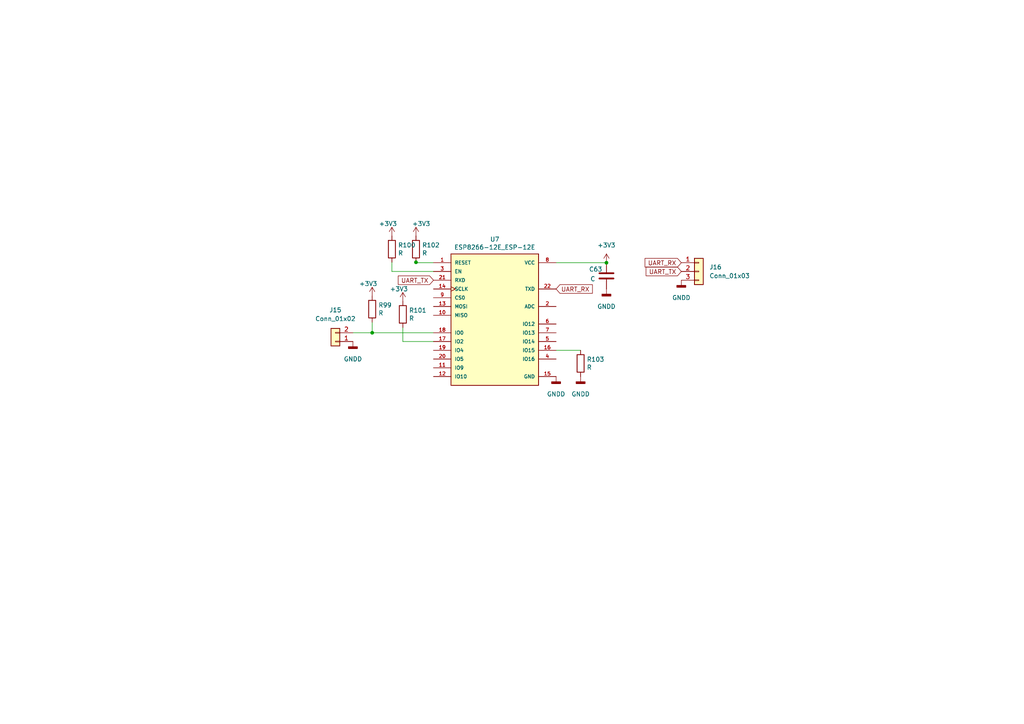
<source format=kicad_sch>
(kicad_sch (version 20211123) (generator eeschema)
  (paper "A4")
  (lib_symbols
    (symbol "Connector_Generic:Conn_01x02" (pin_names (offset 1.016) hide)
      (property "Reference" "J" (at 0 2.54 0))
      (property "Value" "Conn_01x02" (at 0 -5.08 0))
      (symbol "Conn_01x02_1_1"
        (rectangle (start -1.27 -2.413) (end 0 -2.667) (stroke (width 0.1524)))
        (rectangle (start -1.27 0.127) (end 0 -0.127) (stroke (width 0.1524)))
        (rectangle (start -1.27 1.27) (end 1.27 -3.81) (stroke (width 0.254)) (fill (type background)))
        (pin passive line (at -5.08 0 0) (length 3.81) (name "Pin_1") (number "1"))
        (pin passive line (at -5.08 -2.54 0) (length 3.81) (name "Pin_2") (number "2"))
      )
    )
    (symbol "Connector_Generic:Conn_01x03" (pin_names (offset 1.016) hide)
      (property "Reference" "J" (at 0 5.08 0))
      (property "Value" "Conn_01x03" (at 0 -5.08 0))
      (symbol "Conn_01x03_1_1"
        (rectangle (start -1.27 -2.413) (end 0 -2.667) (stroke (width 0.1524)))
        (rectangle (start -1.27 0.127) (end 0 -0.127) (stroke (width 0.1524)))
        (rectangle (start -1.27 2.667) (end 0 2.413) (stroke (width 0.1524)))
        (rectangle (start -1.27 3.81) (end 1.27 -3.81) (stroke (width 0.254)) (fill (type background)))
        (pin passive line (at -5.08 2.54 0) (length 3.81) (name "Pin_1") (number "1"))
        (pin passive line (at -5.08 0 0) (length 3.81) (name "Pin_2") (number "2"))
        (pin passive line (at -5.08 -2.54 0) (length 3.81) (name "Pin_3") (number "3"))
      )
    )
    (symbol "Device:C" (pin_numbers hide) (pin_names (offset 0.254))
      (property "Reference" "C" (at 0.635 2.54 0))
      (property "Value" "C" (at 0.635 -2.54 0))
      (symbol "C_0_1"
        (polyline (pts (xy -2.032 -0.762) (xy 2.032 -0.762)) (stroke (width 0.508)))
        (polyline (pts (xy -2.032 0.762) (xy 2.032 0.762)) (stroke (width 0.508)))
      )
      (symbol "C_1_1"
        (pin passive line (at 0 3.81 270) (length 2.794) (name "~") (number "1"))
        (pin passive line (at 0 -3.81 90) (length 2.794) (name "~") (number "2"))
      )
    )
    (symbol "Device:R" (pin_numbers hide) (pin_names (offset 0))
      (property "Reference" "R" (at 2.032 0 90))
      (property "Value" "R" (at 0 0 90))
      (symbol "R_0_1"
        (rectangle (start -1.016 -2.54) (end 1.016 2.54) (stroke (width 0.254)))
      )
      (symbol "R_1_1"
        (pin passive line (at 0 3.81 270) (length 1.27) (name "~") (number "1"))
        (pin passive line (at 0 -3.81 90) (length 1.27) (name "~") (number "2"))
      )
    )
    (symbol "ESP8266-12E_ESP-12E:ESP8266-12E_ESP-12E" (pin_names (offset 1.016))
      (property "Reference" "U" (at -12.7254 18.3134 0))
      (property "Value" "ESP8266-12E_ESP-12E_ESP8266-12E_ESP-12E" (at -12.7 -23.3934 0))
      (symbol "ESP8266-12E_ESP-12E_0_0"
        (rectangle (start -12.7 -20.32) (end 12.7 17.78) (stroke (width 0.254)) (fill (type background)))
        (pin input line (at -17.78 15.24 0) (length 5.08) (name "RESET") (number "1"))
        (pin bidirectional line (at -17.78 0 0) (length 5.08) (name "MISO") (number "10"))
        (pin bidirectional line (at -17.78 -15.24 0) (length 5.08) (name "IO9") (number "11"))
        (pin bidirectional line (at -17.78 -17.78 0) (length 5.08) (name "IO10") (number "12"))
        (pin bidirectional line (at -17.78 2.54 0) (length 5.08) (name "MOSI") (number "13"))
        (pin input clock (at -17.78 7.62 0) (length 5.08) (name "SCLK") (number "14"))
        (pin power_in line (at 17.78 -17.78 180) (length 5.08) (name "GND") (number "15"))
        (pin bidirectional line (at 17.78 -10.16 180) (length 5.08) (name "IO15") (number "16"))
        (pin bidirectional line (at -17.78 -7.62 0) (length 5.08) (name "IO2") (number "17"))
        (pin bidirectional line (at -17.78 -5.08 0) (length 5.08) (name "IO0") (number "18"))
        (pin bidirectional line (at -17.78 -10.16 0) (length 5.08) (name "IO4") (number "19"))
        (pin passive line (at 17.78 2.54 180) (length 5.08) (name "ADC") (number "2"))
        (pin bidirectional line (at -17.78 -12.7 0) (length 5.08) (name "IO5") (number "20"))
        (pin input line (at -17.78 10.16 0) (length 5.08) (name "RXD") (number "21"))
        (pin output line (at 17.78 7.62 180) (length 5.08) (name "TXD") (number "22"))
        (pin input line (at -17.78 12.7 0) (length 5.08) (name "EN") (number "3"))
        (pin bidirectional line (at 17.78 -12.7 180) (length 5.08) (name "IO16") (number "4"))
        (pin bidirectional line (at 17.78 -7.62 180) (length 5.08) (name "IO14") (number "5"))
        (pin bidirectional line (at 17.78 -2.54 180) (length 5.08) (name "IO12") (number "6"))
        (pin bidirectional line (at 17.78 -5.08 180) (length 5.08) (name "IO13") (number "7"))
        (pin power_in line (at 17.78 15.24 180) (length 5.08) (name "VCC") (number "8"))
        (pin input line (at -17.78 5.08 0) (length 5.08) (name "CS0") (number "9"))
      )
    )
    (symbol "power:+3.3V" (power) (pin_names (offset 0))
      (property "Value" "+3.3V" (at 0 3.556 0))
      (symbol "+3.3V_0_1"
        (polyline (pts (xy -0.762 1.27) (xy 0 2.54)))
        (polyline (pts (xy 0 0) (xy 0 2.54)))
        (polyline (pts (xy 0 2.54) (xy 0.762 1.27)))
      )
      (symbol "+3.3V_1_1"
        (pin power_in line (at 0 0 90) (length 0) hide (name "+3V3") (number "1"))
      )
    )
    (symbol "power:GNDD" (power) (pin_names (offset 0))
      (property "Value" "GNDD" (at 0 -3.175 0))
      (symbol "GNDD_0_1"
        (rectangle (start -1.27 -1.524) (end 1.27 -2.032) (stroke (width 0.254)) (fill (type outline)))
        (polyline (pts (xy 0 0) (xy 0 -1.524)))
      )
      (symbol "GNDD_1_1"
        (pin power_in line (at 0 0 270) (length 0) hide (name "GNDD") (number "1"))
      )
    )
  )
  (junction (at 107.95 96.52))
  (junction (at 120.65 76.073))
  (junction (at 175.895 76.2))
  (wire (pts (xy 116.84 94.996) (xy 116.84 99.06)))
  (wire (pts (xy 113.665 76.073) (xy 113.665 78.74)))
  (wire (pts (xy 107.95 93.472) (xy 107.95 96.52)))
  (wire (pts (xy 125.73 76.2) (xy 120.65 76.2)))
  (wire (pts (xy 161.29 101.6) (xy 168.402 101.6)))
  (wire (pts (xy 125.73 99.06) (xy 116.84 99.06)))
  (wire (pts (xy 120.65 76.2) (xy 120.65 76.073)))
  (wire (pts (xy 125.73 78.74) (xy 113.665 78.74)))
  (wire (pts (xy 107.95 96.52) (xy 125.73 96.52)))
  (wire (pts (xy 102.362 96.52) (xy 107.95 96.52)))
  (wire (pts (xy 161.29 76.2) (xy 175.895 76.2)))
  (global_label "UART_RX" (shape input) (at 161.29 83.82 0) (property "Intersheet References" "${INTERSHEET_REFS}" (effects hide)))
  (global_label "UART_TX" (shape input) (at 125.73 81.28 180) (property "Intersheet References" "${INTERSHEET_REFS}" (effects hide)))
  (global_label "UART_TX" (shape input) (at 197.612 78.74 180) (property "Intersheet References" "${INTERSHEET_REFS}" (effects hide)))
  (global_label "UART_RX" (shape input) (at 197.612 76.2 180) (property "Intersheet References" "${INTERSHEET_REFS}" (effects hide)))
  (symbol (lib_id "ESP8266-12E_ESP-12E:ESP8266-12E_ESP-12E") (at 143.51 91.44 0) (unit 1)
    (property "Reference" "U7" (at 143.51 69.4182 0))
    (property "Value" "ESP8266-12E_ESP-12E" (at 143.51 71.7296 0))
    (property "Footprint" "RF_Module:ESP-12E" (effects hide))
    (property "MANUFACTURER" "AI-Thinker" (effects hide))
  )
  (symbol (lib_id "Device:R") (at 168.402 105.41 0) (unit 1)
    (property "Reference" "R103" (at 170.18 104.2416 0) (effects (justify left)))
    (property "Value" "R" (at 170.18 106.553 0) (effects (justify left)))
    (property "Footprint" "Resistor_SMD:R_0805_2012Metric" (effects hide))
  )
  (symbol (lib_id "power:+3.3V") (at 107.95 85.852 0) (unit 1)
    (property "Reference" "#PWR0118" (effects hide))
    (property "Value" "+3.3V" (at 106.807 82.296 0))
  )
  (symbol (lib_id "power:GNDD") (at 102.362 99.06 0) (unit 1)
    (property "Reference" "#PWR0117" (effects hide))
    (property "Value" "GNDD" (at 102.362 104.14 0))
  )
  (symbol (lib_id "power:+3.3V") (at 120.65 68.453 0) (unit 1)
    (property "Reference" "#PWR0121" (effects hide))
    (property "Value" "+3.3V" (at 122.174 64.897 0))
  )
  (symbol (lib_id "power:GNDD") (at 175.895 83.82 0) (unit 1)
    (property "Reference" "#PWR0125" (effects hide))
    (property "Value" "GNDD" (at 175.895 88.9 0))
  )
  (symbol (lib_id "Device:R") (at 107.95 89.662 0) (unit 1)
    (property "Reference" "R99" (at 109.728 88.4936 0) (effects (justify left)))
    (property "Value" "R" (at 109.728 90.805 0) (effects (justify left)))
    (property "Footprint" "Resistor_SMD:R_0805_2012Metric" (effects hide))
  )
  (symbol (lib_id "Connector_Generic:Conn_01x03") (at 202.692 78.74 0) (unit 1)
    (property "Reference" "J16" (at 205.74 77.4699 0) (effects (justify left)))
    (property "Value" "Conn_01x03" (at 205.74 80.0099 0) (effects (justify left)))
    (property "Footprint" "Connector_PinHeader_1.27mm:PinHeader_1x03_P1.27mm_Vertical" (effects hide))
  )
  (symbol (lib_id "power:GNDD") (at 197.612 81.28 0) (unit 1)
    (property "Reference" "#PWR0126" (effects hide))
    (property "Value" "GNDD" (at 197.612 86.36 0))
  )
  (symbol (lib_id "Device:R") (at 120.65 72.263 0) (unit 1)
    (property "Reference" "R102" (at 122.428 71.0946 0) (effects (justify left)))
    (property "Value" "R" (at 122.428 73.406 0) (effects (justify left)))
    (property "Footprint" "Resistor_SMD:R_0805_2012Metric" (effects hide))
  )
  (symbol (lib_id "Device:R") (at 116.84 91.186 0) (unit 1)
    (property "Reference" "R101" (at 118.618 90.0176 0) (effects (justify left)))
    (property "Value" "R" (at 118.618 92.329 0) (effects (justify left)))
    (property "Footprint" "Resistor_SMD:R_0805_2012Metric" (effects hide))
  )
  (symbol (lib_id "Connector_Generic:Conn_01x02") (at 97.282 99.06 180) (unit 1)
    (property "Reference" "J15" (at 97.282 89.916 0))
    (property "Value" "Conn_01x02" (at 97.282 92.456 0))
    (property "Footprint" "Connector_PinHeader_1.27mm:PinHeader_1x02_P1.27mm_Vertical" (effects hide))
  )
  (symbol (lib_id "power:+3.3V") (at 113.665 68.453 0) (unit 1)
    (property "Reference" "#PWR0119" (effects hide))
    (property "Value" "+3.3V" (at 112.522 64.897 0))
  )
  (symbol (lib_id "Device:C") (at 175.895 80.01 0) (unit 1)
    (property "Reference" "C63" (at 170.815 78.105 0) (effects (justify left)))
    (property "Value" "C" (at 171.196 80.899 0) (effects (justify left)))
    (property "Footprint" "Capacitor_SMD:C_0805_2012Metric" (effects hide))
  )
  (symbol (lib_id "power:+3.3V") (at 175.895 76.2 0) (unit 1)
    (property "Reference" "#PWR0124" (effects hide))
    (property "Value" "+3.3V" (at 175.895 71.12 0))
  )
  (symbol (lib_id "power:+3.3V") (at 116.84 87.376 0) (unit 1)
    (property "Reference" "#PWR0120" (effects hide))
    (property "Value" "+3.3V" (at 115.697 83.82 0))
  )
  (symbol (lib_id "power:GNDD") (at 168.402 109.22 0) (unit 1)
    (property "Reference" "#PWR0123" (effects hide))
    (property "Value" "GNDD" (at 168.402 114.3 0))
  )
  (symbol (lib_id "power:GNDD") (at 161.29 109.22 0) (unit 1)
    (property "Reference" "#PWR0122" (effects hide))
    (property "Value" "GNDD" (at 161.29 114.3 0))
  )
  (symbol (lib_id "Device:R") (at 113.665 72.263 0) (unit 1)
    (property "Reference" "R100" (at 115.443 71.0946 0) (effects (justify left)))
    (property "Value" "R" (at 115.443 73.406 0) (effects (justify left)))
    (property "Footprint" "Resistor_SMD:R_0805_2012Metric" (effects hide))
  )
)
</source>
